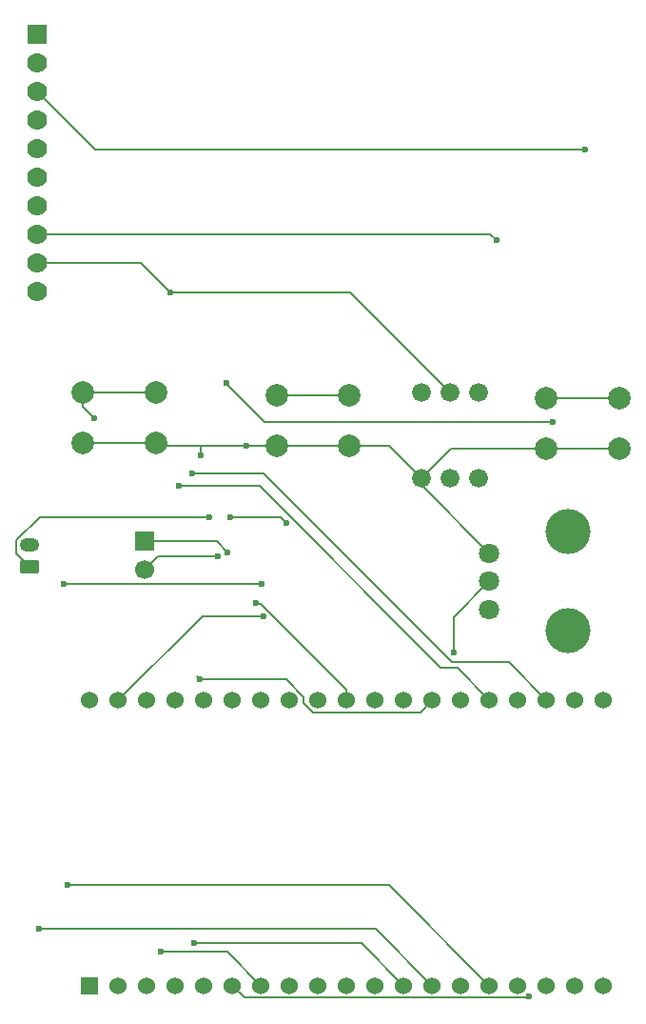
<source format=gbr>
%TF.GenerationSoftware,KiCad,Pcbnew,9.0.5*%
%TF.CreationDate,2025-11-15T09:05:35-08:00*%
%TF.ProjectId,Radio2,52616469-6f32-42e6-9b69-6361645f7063,rev?*%
%TF.SameCoordinates,Original*%
%TF.FileFunction,Copper,L2,Bot*%
%TF.FilePolarity,Positive*%
%FSLAX46Y46*%
G04 Gerber Fmt 4.6, Leading zero omitted, Abs format (unit mm)*
G04 Created by KiCad (PCBNEW 9.0.5) date 2025-11-15 09:05:35*
%MOMM*%
%LPD*%
G01*
G04 APERTURE LIST*
G04 Aperture macros list*
%AMRoundRect*
0 Rectangle with rounded corners*
0 $1 Rounding radius*
0 $2 $3 $4 $5 $6 $7 $8 $9 X,Y pos of 4 corners*
0 Add a 4 corners polygon primitive as box body*
4,1,4,$2,$3,$4,$5,$6,$7,$8,$9,$2,$3,0*
0 Add four circle primitives for the rounded corners*
1,1,$1+$1,$2,$3*
1,1,$1+$1,$4,$5*
1,1,$1+$1,$6,$7*
1,1,$1+$1,$8,$9*
0 Add four rect primitives between the rounded corners*
20,1,$1+$1,$2,$3,$4,$5,0*
20,1,$1+$1,$4,$5,$6,$7,0*
20,1,$1+$1,$6,$7,$8,$9,0*
20,1,$1+$1,$8,$9,$2,$3,0*%
G04 Aperture macros list end*
%TA.AperFunction,ComponentPad*%
%ADD10R,1.530000X1.530000*%
%TD*%
%TA.AperFunction,ComponentPad*%
%ADD11C,1.530000*%
%TD*%
%TA.AperFunction,ComponentPad*%
%ADD12R,1.778000X1.778000*%
%TD*%
%TA.AperFunction,ComponentPad*%
%ADD13C,1.778000*%
%TD*%
%TA.AperFunction,ComponentPad*%
%ADD14RoundRect,0.250000X0.625000X-0.350000X0.625000X0.350000X-0.625000X0.350000X-0.625000X-0.350000X0*%
%TD*%
%TA.AperFunction,ComponentPad*%
%ADD15O,1.750000X1.200000*%
%TD*%
%TA.AperFunction,ComponentPad*%
%ADD16C,2.000000*%
%TD*%
%TA.AperFunction,WasherPad*%
%ADD17C,4.000000*%
%TD*%
%TA.AperFunction,ComponentPad*%
%ADD18C,1.800000*%
%TD*%
%TA.AperFunction,ComponentPad*%
%ADD19R,1.700000X1.700000*%
%TD*%
%TA.AperFunction,ComponentPad*%
%ADD20C,1.700000*%
%TD*%
%TA.AperFunction,ComponentPad*%
%ADD21C,1.676000*%
%TD*%
%TA.AperFunction,ViaPad*%
%ADD22C,0.600000*%
%TD*%
%TA.AperFunction,Conductor*%
%ADD23C,0.200000*%
%TD*%
G04 APERTURE END LIST*
D10*
%TO.P,U6,1,3V3*%
%TO.N,+3V3*%
X119150000Y-142200000D03*
D11*
%TO.P,U6,2,EN*%
%TO.N,Net-(U6-EN)*%
X121690000Y-142200000D03*
%TO.P,U6,3,SENSOR_VP*%
%TO.N,unconnected-(U6-SENSOR_VP-Pad3)*%
X124230000Y-142200000D03*
%TO.P,U6,4,SENSOR_VN*%
%TO.N,unconnected-(U6-SENSOR_VN-Pad4)*%
X126770000Y-142200000D03*
%TO.P,U6,5,IO34*%
%TO.N,Net-(U6-IO34)*%
X129310000Y-142200000D03*
%TO.P,U6,6,IO35*%
%TO.N,Net-(U6-IO35)*%
X131850000Y-142200000D03*
%TO.P,U6,7,IO32*%
%TO.N,Net-(U6-IO32)*%
X134390000Y-142200000D03*
%TO.P,U6,8,IO33*%
%TO.N,Net-(MK2-WS)*%
X136930000Y-142200000D03*
%TO.P,U6,9,IO25*%
%TO.N,Net-(MK2-SCK)*%
X139470000Y-142200000D03*
%TO.P,U6,10,IO26*%
%TO.N,Net-(MK2-SD)*%
X142010000Y-142200000D03*
%TO.P,U6,11,IO27*%
%TO.N,unconnected-(U6-IO27-Pad11)*%
X144550000Y-142200000D03*
%TO.P,U6,12,IO14*%
%TO.N,Net-(U2-~{RESET})*%
X147090000Y-142200000D03*
%TO.P,U6,13,IO12*%
%TO.N,Net-(U5-MOSI)*%
X149630000Y-142200000D03*
%TO.P,U6,14,GND1*%
%TO.N,GND*%
X152170000Y-142200000D03*
%TO.P,U6,15,IO13*%
%TO.N,Net-(U5-D{slash}C)*%
X154710000Y-142200000D03*
%TO.P,U6,16,SD2*%
%TO.N,unconnected-(U6-SD2-Pad16)*%
X157250000Y-142200000D03*
%TO.P,U6,17,SD3*%
%TO.N,Net-(U3-LRCLK)*%
X159790000Y-142200000D03*
%TO.P,U6,18,CMD*%
%TO.N,unconnected-(U6-CMD-Pad18)*%
X162330000Y-142200000D03*
%TO.P,U6,19,EXT_5V*%
%TO.N,unconnected-(U6-EXT_5V-Pad19)*%
X164870000Y-142200000D03*
%TO.P,U6,20,CLK*%
%TO.N,Net-(U5-SCK)*%
X164870000Y-116800000D03*
%TO.P,U6,21,SD0*%
%TO.N,unconnected-(U6-SD0-Pad21)*%
X162330000Y-116800000D03*
%TO.P,U6,22,SD1*%
%TO.N,Net-(U3-DIN)*%
X159790000Y-116800000D03*
%TO.P,U6,23,IO15*%
%TO.N,Net-(U5-RESET)*%
X157250000Y-116800000D03*
%TO.P,U6,24,IO2*%
%TO.N,Net-(U3-BCLK)*%
X154710000Y-116800000D03*
%TO.P,U6,25,IO0*%
%TO.N,unconnected-(U6-IO0-Pad25)*%
X152170000Y-116800000D03*
%TO.P,U6,26,IO4*%
%TO.N,Net-(U2-DIO0)*%
X149630000Y-116800000D03*
%TO.P,U6,27,IO16*%
%TO.N,Net-(U6-IO16)*%
X147090000Y-116800000D03*
%TO.P,U6,28,IO17*%
%TO.N,unconnected-(U6-IO17-Pad28)*%
X144550000Y-116800000D03*
%TO.P,U6,29,IO5*%
%TO.N,Net-(U2-NSS)*%
X142010000Y-116800000D03*
%TO.P,U6,30,IO18*%
%TO.N,Net-(U2-SCK)*%
X139470000Y-116800000D03*
%TO.P,U6,31,IO19*%
%TO.N,Net-(U2-MISO)*%
X136930000Y-116800000D03*
%TO.P,U6,32,GND2*%
%TO.N,unconnected-(U6-GND2-Pad32)*%
X134390000Y-116800000D03*
%TO.P,U6,33,IO21*%
%TO.N,unconnected-(U6-IO21-Pad33)*%
X131850000Y-116800000D03*
%TO.P,U6,34,RXD0*%
%TO.N,unconnected-(U6-RXD0-Pad34)*%
X129310000Y-116800000D03*
%TO.P,U6,35,TXD0*%
%TO.N,unconnected-(U6-TXD0-Pad35)*%
X126770000Y-116800000D03*
%TO.P,U6,36,IO22*%
%TO.N,Net-(U5-TFT_CS)*%
X124230000Y-116800000D03*
%TO.P,U6,37,IO23*%
%TO.N,Net-(U2-MOSI)*%
X121690000Y-116800000D03*
%TO.P,U6,38,GND3*%
%TO.N,unconnected-(U6-GND3-Pad38)*%
X119150000Y-116800000D03*
%TD*%
D12*
%TO.P,U5,1,LITE*%
%TO.N,+3V3*%
X114420000Y-57605000D03*
D13*
%TO.P,U5,2,MISO*%
%TO.N,unconnected-(U5-MISO-Pad2)*%
X114420000Y-60145000D03*
%TO.P,U5,3,SCK*%
%TO.N,Net-(U5-SCK)*%
X114420000Y-62685000D03*
%TO.P,U5,4,MOSI*%
%TO.N,Net-(U5-MOSI)*%
X114420000Y-65225000D03*
%TO.P,U5,5,TFT_CS*%
%TO.N,Net-(U5-TFT_CS)*%
X114420000Y-67765000D03*
%TO.P,U5,6,CARD_CS*%
%TO.N,unconnected-(U5-CARD_CS-Pad6)*%
X114420000Y-70305000D03*
%TO.P,U5,7,D/C*%
%TO.N,Net-(U5-D{slash}C)*%
X114420000Y-72845000D03*
%TO.P,U5,8,RESET*%
%TO.N,Net-(U5-RESET)*%
X114420000Y-75385000D03*
%TO.P,U5,9,VCC*%
%TO.N,+3V3*%
X114420000Y-77925000D03*
%TO.P,U5,10,GND*%
%TO.N,GND*%
X114420000Y-80465000D03*
%TD*%
D14*
%TO.P,BT1,1,+*%
%TO.N,Net-(BT1-+)*%
X113800000Y-105000000D03*
D15*
%TO.P,BT1,2,-*%
%TO.N,GND*%
X113800000Y-103000000D03*
%TD*%
D16*
%TO.P,SW3,1,1*%
%TO.N,Net-(U6-IO35)*%
X159750000Y-90000000D03*
X166250000Y-90000000D03*
%TO.P,SW3,2,2*%
%TO.N,GND*%
X159750000Y-94500000D03*
X166250000Y-94500000D03*
%TD*%
D17*
%TO.P,RV1,*%
%TO.N,*%
X161700000Y-101850000D03*
X161700000Y-110650000D03*
D18*
%TO.P,RV1,1,1*%
%TO.N,+3V3*%
X154700000Y-108750000D03*
%TO.P,RV1,2,2*%
%TO.N,Net-(U6-IO16)*%
X154700000Y-106250000D03*
%TO.P,RV1,3,3*%
%TO.N,GND*%
X154700000Y-103750000D03*
%TD*%
D19*
%TO.P,LS1,1,1*%
%TO.N,Net-(C2-Pad2)*%
X124000000Y-102710000D03*
D20*
%TO.P,LS1,2,2*%
%TO.N,Net-(U3-OUTN)*%
X124000000Y-105250000D03*
%TD*%
D16*
%TO.P,SW1,1,1*%
%TO.N,Net-(U6-IO32)*%
X118500000Y-89500000D03*
X125000000Y-89500000D03*
%TO.P,SW1,2,2*%
%TO.N,GND*%
X118500000Y-94000000D03*
X125000000Y-94000000D03*
%TD*%
D21*
%TO.P,MK2,1,L/R*%
%TO.N,GND*%
X148670000Y-97120000D03*
%TO.P,MK2,2,WS*%
%TO.N,Net-(MK2-WS)*%
X151210000Y-97120000D03*
%TO.P,MK2,3,SCK*%
%TO.N,Net-(MK2-SCK)*%
X153750000Y-97120000D03*
%TO.P,MK2,4,GND*%
%TO.N,GND*%
X148670000Y-89500000D03*
%TO.P,MK2,5,3V3*%
%TO.N,+3V3*%
X151210000Y-89500000D03*
%TO.P,MK2,6,SD*%
%TO.N,Net-(MK2-SD)*%
X153750000Y-89500000D03*
%TD*%
D16*
%TO.P,SW2,1,1*%
%TO.N,Net-(U6-IO34)*%
X135750000Y-89750000D03*
X142250000Y-89750000D03*
%TO.P,SW2,2,2*%
%TO.N,GND*%
X135750000Y-94250000D03*
X142250000Y-94250000D03*
%TD*%
D22*
%TO.N,Net-(U5-RESET)*%
X155309000Y-75957800D03*
%TO.N,Net-(U5-D{slash}C)*%
X117175000Y-133256000D03*
%TO.N,Net-(U5-MOSI)*%
X114662000Y-137181000D03*
%TO.N,Net-(U5-SCK)*%
X163200000Y-67878200D03*
%TO.N,Net-(U3-LRCLK)*%
X160305000Y-92074000D03*
X131325000Y-88654700D03*
%TO.N,Net-(U3-BCLK)*%
X127029000Y-97817200D03*
%TO.N,Net-(U3-DIN)*%
X128222000Y-96678400D03*
%TO.N,Net-(U2-MOSI)*%
X134599000Y-109345000D03*
%TO.N,Net-(U2-DIO0)*%
X128959500Y-114987300D03*
%TO.N,Net-(U2-~{RESET})*%
X128400000Y-138406000D03*
%TO.N,Net-(U2-NSS)*%
X133885000Y-108226000D03*
%TO.N,Net-(U6-IO35)*%
X158264000Y-143143000D03*
%TO.N,Net-(U6-IO32)*%
X119546000Y-91801600D03*
X125500000Y-139199000D03*
%TO.N,Net-(U6-IO16)*%
X151497000Y-112594000D03*
%TO.N,Net-(U3-OUTN)*%
X130549000Y-104006000D03*
%TO.N,+3V3*%
X126321000Y-80585600D03*
%TO.N,Net-(U4-VO)*%
X134462000Y-106510000D03*
X116800000Y-106510000D03*
%TO.N,Net-(C2-Pad2)*%
X131395000Y-103665000D03*
%TO.N,Net-(U4-VI)*%
X136631000Y-101072000D03*
X131617000Y-100575000D03*
%TO.N,Net-(BT1-+)*%
X129753000Y-100541000D03*
%TO.N,GND*%
X129002000Y-95096800D03*
X133088000Y-94250000D03*
%TD*%
D23*
%TO.N,Net-(U5-RESET)*%
X154736000Y-75385000D02*
X155309000Y-75957800D01*
X114420000Y-75385000D02*
X154736000Y-75385000D01*
%TO.N,Net-(U5-D{slash}C)*%
X145766000Y-133256000D02*
X154710000Y-142200000D01*
X117175000Y-133256000D02*
X145766000Y-133256000D01*
%TO.N,Net-(U5-MOSI)*%
X144611000Y-137181000D02*
X149630000Y-142200000D01*
X114662000Y-137181000D02*
X144611000Y-137181000D01*
%TO.N,Net-(U5-SCK)*%
X119613000Y-67878200D02*
X114420000Y-62685000D01*
X163200000Y-67878200D02*
X119613000Y-67878200D01*
%TO.N,Net-(U3-LRCLK)*%
X134694000Y-92074000D02*
X131300000Y-88680100D01*
X160305000Y-92074000D02*
X134694000Y-92074000D01*
X131300000Y-88680100D02*
X131325000Y-88654700D01*
%TO.N,Net-(U3-BCLK)*%
X134228000Y-97817200D02*
X127029000Y-97817200D01*
X150363000Y-113952000D02*
X134228000Y-97817200D01*
X151862000Y-113952000D02*
X150363000Y-113952000D01*
X154710000Y-116800000D02*
X151862000Y-113952000D01*
%TO.N,Net-(U3-DIN)*%
X134588000Y-96678400D02*
X128222000Y-96678400D01*
X151384000Y-113474000D02*
X134588000Y-96678400D01*
X156464000Y-113474000D02*
X151384000Y-113474000D01*
X159790000Y-116800000D02*
X156464000Y-113474000D01*
%TO.N,Net-(U2-MOSI)*%
X129145000Y-109345000D02*
X134599000Y-109345000D01*
X121690000Y-116800000D02*
X129145000Y-109345000D01*
%TO.N,Net-(U2-DIO0)*%
X136626700Y-114987300D02*
X128959500Y-114987300D01*
X138200000Y-116560600D02*
X136626700Y-114987300D01*
X138200000Y-117056000D02*
X138200000Y-116560600D01*
X139029000Y-117885000D02*
X138200000Y-117056000D01*
X148545000Y-117885000D02*
X139029000Y-117885000D01*
X149630000Y-116800000D02*
X148545000Y-117885000D01*
X128959500Y-114987300D02*
X128700000Y-114727800D01*
X128700000Y-114727800D02*
X128959500Y-114987300D01*
%TO.N,Net-(U2-~{RESET})*%
X143296000Y-138406000D02*
X147090000Y-142200000D01*
X128400000Y-138406000D02*
X143296000Y-138406000D01*
%TO.N,Net-(U2-NSS)*%
X133924000Y-108266000D02*
X133885000Y-108226000D01*
X134390000Y-108266000D02*
X133924000Y-108266000D01*
X142010000Y-115886000D02*
X134390000Y-108266000D01*
X142010000Y-116800000D02*
X142010000Y-115886000D01*
%TO.N,Net-(U6-IO35)*%
X158264000Y-143143000D02*
X158141000Y-143267000D01*
X166250000Y-90000000D02*
X159750000Y-90000000D01*
X132917000Y-143267000D02*
X131850000Y-142200000D01*
X158141000Y-143267000D02*
X132917000Y-143267000D01*
%TO.N,Net-(U6-IO34)*%
X142250000Y-89750000D02*
X135750000Y-89750000D01*
%TO.N,Net-(U6-IO32)*%
X125000000Y-89500000D02*
X118500000Y-89500000D01*
X119546000Y-91801600D02*
X118500000Y-90755200D01*
X131389000Y-139199000D02*
X134390000Y-142200000D01*
X125500000Y-139199000D02*
X131389000Y-139199000D01*
X118500000Y-90755200D02*
X118500000Y-89500000D01*
%TO.N,Net-(U6-IO16)*%
X151498000Y-112594000D02*
X151498000Y-109452000D01*
X151498000Y-112594000D02*
X151497000Y-112594000D01*
X151498000Y-109452000D02*
X154700000Y-106250000D01*
%TO.N,Net-(U3-OUTN)*%
X125244000Y-104006000D02*
X124000000Y-105250000D01*
X130549000Y-104006000D02*
X125244000Y-104006000D01*
%TO.N,+3V3*%
X151210000Y-89500000D02*
X142296000Y-80585600D01*
X123660000Y-77925000D02*
X114420000Y-77925000D01*
X142296000Y-80585600D02*
X126321000Y-80585600D01*
X126321000Y-80585600D02*
X123660000Y-77925000D01*
%TO.N,Net-(U4-VO)*%
X134462000Y-106510000D02*
X116800000Y-106510000D01*
%TO.N,Net-(C2-Pad2)*%
X130441000Y-102710000D02*
X131395000Y-103665000D01*
X124000000Y-102710000D02*
X130441000Y-102710000D01*
%TO.N,Net-(U4-VI)*%
X136134000Y-100575000D02*
X131617000Y-100575000D01*
X136631000Y-101072000D02*
X136134000Y-100575000D01*
%TO.N,Net-(BT1-+)*%
X113800000Y-105000000D02*
X112620000Y-103820000D01*
X112620000Y-102622000D02*
X114701000Y-100541000D01*
X112620000Y-103820000D02*
X112620000Y-102622000D01*
X114701000Y-100541000D02*
X129753000Y-100541000D01*
%TO.N,GND*%
X129002000Y-94250000D02*
X129002000Y-95096800D01*
X125250000Y-94250000D02*
X125000000Y-94000000D01*
X145800000Y-94250000D02*
X148670000Y-97120000D01*
X125000000Y-94000000D02*
X118500000Y-94000000D01*
X129002000Y-94250000D02*
X125250000Y-94250000D01*
X133088000Y-94250000D02*
X129002000Y-94250000D01*
X142250000Y-94250000D02*
X133088000Y-94250000D01*
X166250000Y-94500000D02*
X159750000Y-94500000D01*
X142250000Y-94250000D02*
X145800000Y-94250000D01*
X148670000Y-97720000D02*
X148670000Y-97120000D01*
X154700000Y-103750000D02*
X148670000Y-97720000D01*
X151290000Y-94500000D02*
X159750000Y-94500000D01*
X148670000Y-97120000D02*
X151290000Y-94500000D01*
%TD*%
M02*

</source>
